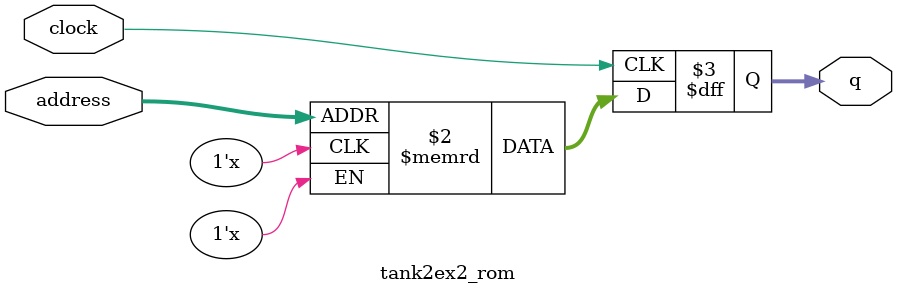
<source format=sv>
module tank2ex2_rom (
	input logic clock,
	input logic [9:0] address,
	output logic [3:0] q
);

logic [3:0] memory [0:1023] /* synthesis ram_init_file = "./tank2ex2/tank2ex2.mif" */;

always_ff @ (posedge clock) begin
	q <= memory[address];
end

endmodule

</source>
